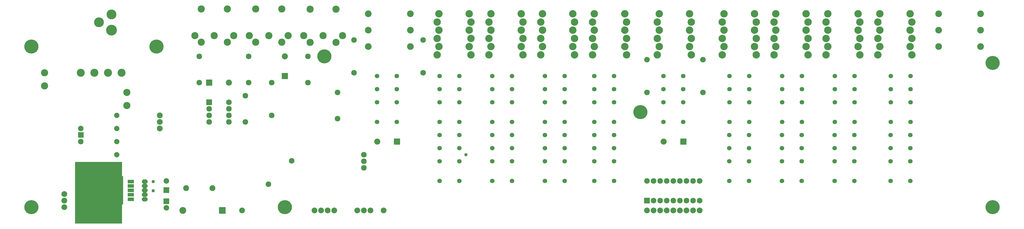
<source format=gts>
G04 MADE WITH FRITZING*
G04 WWW.FRITZING.ORG*
G04 DOUBLE SIDED*
G04 HOLES PLATED*
G04 CONTOUR ON CENTER OF CONTOUR VECTOR*
%ASAXBY*%
%FSLAX23Y23*%
%MOIN*%
%OFA0B0*%
%SFA1.0B1.0*%
%ADD10C,0.164173*%
%ADD11C,0.150000*%
%ADD12C,0.092000*%
%ADD13C,0.109060*%
%ADD14C,0.085000*%
%ADD15C,0.088000*%
%ADD16C,0.063307*%
%ADD17C,0.109055*%
%ADD18C,0.049370*%
%ADD19C,0.090000*%
%ADD20C,0.104000*%
%ADD21C,0.122000*%
%ADD22C,0.084000*%
%ADD23C,0.080000*%
%ADD24C,0.214725*%
%ADD25C,0.112362*%
%ADD26C,0.101417*%
%ADD27C,0.069000*%
%ADD28R,0.092000X0.092000*%
%ADD29R,0.085000X0.085000*%
%ADD30R,0.712222X0.943333*%
%ADD31R,0.420000X0.435000*%
%ADD32R,0.095000X0.052000*%
%ADD33R,0.104000X0.104000*%
%ADD34C,0.067087*%
%ADD35R,0.001000X0.001000*%
%LNMASK1*%
G90*
G70*
G54D10*
X1497Y2994D03*
G54D11*
X1497Y3234D03*
X1307Y3114D03*
G54D12*
X10182Y1297D03*
X9884Y1297D03*
G54D13*
X5007Y2911D03*
X4909Y2810D03*
X4712Y2911D03*
X4515Y2810D03*
X4417Y2911D03*
X4909Y3317D03*
X4515Y3317D03*
G54D14*
X4482Y2597D03*
X4482Y2197D03*
X4932Y2047D03*
X4932Y1647D03*
G54D15*
X5632Y247D03*
G54D14*
X2332Y557D03*
X2332Y695D03*
G54D16*
X2002Y685D03*
X2002Y618D03*
X2002Y551D03*
X2002Y484D03*
X2002Y417D03*
G54D17*
X482Y2347D03*
X482Y2147D03*
G54D15*
X2232Y1697D03*
X2232Y1597D03*
X2232Y1497D03*
G54D18*
X2132Y547D03*
X2132Y687D03*
G54D17*
X1732Y2047D03*
X1732Y1847D03*
G54D14*
X2332Y387D03*
X2332Y287D03*
G54D19*
X2632Y587D03*
X3032Y587D03*
G54D15*
X782Y497D03*
X782Y397D03*
X782Y297D03*
G54D20*
X3182Y247D03*
X2582Y247D03*
G54D18*
X6882Y1097D03*
G54D15*
X3482Y247D03*
G54D21*
X1032Y2347D03*
X1238Y2347D03*
X1444Y2347D03*
X1650Y2347D03*
X1032Y2347D03*
X1238Y2347D03*
X1444Y2347D03*
X1650Y2347D03*
G54D22*
X1032Y1297D03*
X1032Y1397D03*
X1032Y1497D03*
X1032Y1297D03*
X1032Y1397D03*
X1032Y1497D03*
G54D23*
X1578Y1495D03*
X1578Y1695D03*
X1578Y1295D03*
X1578Y1095D03*
G54D24*
X9532Y1747D03*
X14882Y297D03*
X14882Y2497D03*
X282Y2747D03*
X282Y297D03*
X2182Y2747D03*
X4732Y2597D03*
X4132Y297D03*
G54D15*
X4582Y247D03*
X4682Y247D03*
X4782Y247D03*
X4882Y247D03*
X5432Y247D03*
X5332Y247D03*
X5232Y247D03*
G54D12*
X4132Y2297D03*
X4132Y2595D03*
G54D25*
X9816Y3247D03*
X9816Y2997D03*
X9816Y2747D03*
X10276Y3247D03*
X10276Y2997D03*
X10276Y2747D03*
X9788Y3119D03*
X9788Y2869D03*
X9788Y2619D03*
X10304Y3119D03*
X10304Y2869D03*
X10304Y2619D03*
X6471Y3247D03*
X6471Y2997D03*
X6471Y2747D03*
X6931Y3247D03*
X6931Y2997D03*
X6931Y2747D03*
X6443Y3119D03*
X6443Y2869D03*
X6443Y2619D03*
X6959Y3119D03*
X6959Y2869D03*
X6959Y2619D03*
X7260Y3247D03*
X7260Y2997D03*
X7260Y2747D03*
X7720Y3247D03*
X7720Y2997D03*
X7720Y2747D03*
X7232Y3119D03*
X7232Y2869D03*
X7232Y2619D03*
X7748Y3119D03*
X7748Y2869D03*
X7748Y2619D03*
X8832Y3247D03*
X8832Y2997D03*
X8832Y2747D03*
X9293Y3247D03*
X9293Y2997D03*
X9293Y2747D03*
X8804Y3119D03*
X8804Y2869D03*
X8804Y2619D03*
X9320Y3119D03*
X9320Y2869D03*
X9320Y2619D03*
X8043Y3247D03*
X8043Y2997D03*
X8043Y2747D03*
X8504Y3247D03*
X8504Y2997D03*
X8504Y2747D03*
X8016Y3119D03*
X8016Y2869D03*
X8016Y2619D03*
X8532Y3119D03*
X8532Y2869D03*
X8532Y2619D03*
X10802Y3247D03*
X10802Y2997D03*
X10802Y2747D03*
X11263Y3247D03*
X11263Y2997D03*
X11263Y2747D03*
X10774Y3119D03*
X10774Y2869D03*
X10774Y2619D03*
X11290Y3119D03*
X11290Y2869D03*
X11290Y2619D03*
X11588Y3247D03*
X11588Y2997D03*
X11588Y2747D03*
X12049Y3247D03*
X12049Y2997D03*
X12049Y2747D03*
X11561Y3119D03*
X11561Y2869D03*
X11561Y2619D03*
X12076Y3119D03*
X12076Y2869D03*
X12076Y2619D03*
G54D14*
X9632Y397D03*
X9632Y697D03*
X9732Y397D03*
X9732Y697D03*
X9832Y397D03*
X9832Y697D03*
X9932Y397D03*
X9932Y697D03*
X10032Y397D03*
X10032Y697D03*
X10132Y397D03*
X10132Y697D03*
X10232Y397D03*
X10232Y697D03*
X10332Y397D03*
X10332Y697D03*
X10432Y397D03*
X10432Y697D03*
G54D25*
X13166Y3247D03*
X13166Y2997D03*
X13166Y2747D03*
X13627Y3247D03*
X13627Y2997D03*
X13627Y2747D03*
X13138Y3119D03*
X13138Y2869D03*
X13138Y2619D03*
X13654Y3119D03*
X13654Y2869D03*
X13654Y2619D03*
G54D26*
X5399Y3247D03*
X6038Y3247D03*
X5399Y2997D03*
X6038Y2997D03*
X5399Y2747D03*
X6038Y2747D03*
X14060Y3247D03*
X14699Y3247D03*
X14060Y2997D03*
X14699Y2997D03*
X14060Y2747D03*
X14699Y2747D03*
G54D25*
X12377Y3247D03*
X12377Y2997D03*
X12377Y2747D03*
X12838Y3247D03*
X12838Y2997D03*
X12838Y2747D03*
X12350Y3119D03*
X12350Y2869D03*
X12350Y2619D03*
X12865Y3119D03*
X12865Y2869D03*
X12865Y2619D03*
G54D15*
X10432Y247D03*
X10332Y247D03*
X10232Y247D03*
X10132Y247D03*
X10032Y247D03*
X9932Y247D03*
X9832Y247D03*
X9732Y247D03*
X9632Y247D03*
G54D27*
X13634Y1897D03*
X13334Y2297D03*
X13334Y2097D03*
X13334Y1897D03*
X13334Y1597D03*
X13634Y1597D03*
X13634Y2097D03*
X13634Y2297D03*
X12784Y1897D03*
X12484Y2297D03*
X12484Y2097D03*
X12484Y1897D03*
X12484Y1597D03*
X12784Y1597D03*
X12784Y2097D03*
X12784Y2297D03*
X11984Y1897D03*
X11684Y2297D03*
X11684Y2097D03*
X11684Y1897D03*
X11684Y1597D03*
X11984Y1597D03*
X11984Y2097D03*
X11984Y2297D03*
X11184Y1897D03*
X10884Y2297D03*
X10884Y2097D03*
X10884Y1897D03*
X10884Y1597D03*
X11184Y1597D03*
X11184Y2097D03*
X11184Y2297D03*
X9132Y1897D03*
X8832Y2297D03*
X8832Y2097D03*
X8832Y1897D03*
X8832Y1597D03*
X9132Y1597D03*
X9132Y2097D03*
X9132Y2297D03*
X8382Y1897D03*
X8082Y2297D03*
X8082Y2097D03*
X8082Y1897D03*
X8082Y1597D03*
X8382Y1597D03*
X8382Y2097D03*
X8382Y2297D03*
X7582Y1897D03*
X7282Y2297D03*
X7282Y2097D03*
X7282Y1897D03*
X7282Y1597D03*
X7582Y1597D03*
X7582Y2097D03*
X7582Y2297D03*
X6782Y1897D03*
X6482Y2297D03*
X6482Y2097D03*
X6482Y1897D03*
X6482Y1597D03*
X6782Y1597D03*
X6782Y2097D03*
X6782Y2297D03*
X6782Y997D03*
X6482Y1397D03*
X6482Y1197D03*
X6482Y997D03*
X6482Y697D03*
X6782Y697D03*
X6782Y1197D03*
X6782Y1397D03*
X7582Y997D03*
X7282Y1397D03*
X7282Y1197D03*
X7282Y997D03*
X7282Y697D03*
X7582Y697D03*
X7582Y1197D03*
X7582Y1397D03*
X8382Y997D03*
X8082Y1397D03*
X8082Y1197D03*
X8082Y997D03*
X8082Y697D03*
X8382Y697D03*
X8382Y1197D03*
X8382Y1397D03*
X11182Y997D03*
X10882Y1397D03*
X10882Y1197D03*
X10882Y997D03*
X10882Y697D03*
X11182Y697D03*
X11182Y1197D03*
X11182Y1397D03*
X11982Y997D03*
X11682Y1397D03*
X11682Y1197D03*
X11682Y997D03*
X11682Y697D03*
X11982Y697D03*
X11982Y1197D03*
X11982Y1397D03*
X12782Y997D03*
X12482Y1397D03*
X12482Y1197D03*
X12482Y997D03*
X12482Y697D03*
X12782Y697D03*
X12782Y1197D03*
X12782Y1397D03*
X13632Y997D03*
X13332Y1397D03*
X13332Y1197D03*
X13332Y997D03*
X13332Y697D03*
X13632Y697D03*
X13632Y1197D03*
X13632Y1397D03*
X10182Y1897D03*
X9882Y2297D03*
X9882Y2097D03*
X9882Y1897D03*
X9882Y1597D03*
X10182Y1597D03*
X10182Y2097D03*
X10182Y2297D03*
X5832Y1897D03*
X5532Y2297D03*
X5532Y2097D03*
X5532Y1897D03*
X5532Y1597D03*
X5832Y1597D03*
X5832Y2097D03*
X5832Y2297D03*
X9132Y997D03*
X8832Y1397D03*
X8832Y1197D03*
X8832Y997D03*
X8832Y697D03*
X9132Y697D03*
X9132Y1197D03*
X9132Y1397D03*
G54D14*
X2832Y2597D03*
X2832Y2197D03*
G54D12*
X2982Y2197D03*
X3280Y2197D03*
G54D14*
X3932Y2197D03*
X3932Y1697D03*
X3532Y1597D03*
X3532Y1997D03*
X3582Y2597D03*
X3582Y2197D03*
X2982Y1897D03*
X3282Y1897D03*
X2982Y1797D03*
X3282Y1797D03*
X2982Y1697D03*
X3282Y1697D03*
X2982Y1597D03*
X3282Y1597D03*
G54D13*
X4181Y2913D03*
X4083Y2812D03*
X3886Y2913D03*
X3689Y2812D03*
X3591Y2913D03*
X4083Y3319D03*
X3689Y3319D03*
X3354Y2913D03*
X3256Y2812D03*
X3059Y2913D03*
X2862Y2812D03*
X2764Y2913D03*
X3256Y3319D03*
X2862Y3319D03*
G54D14*
X5182Y2347D03*
X5182Y2847D03*
X9632Y2047D03*
X9632Y2547D03*
X10482Y2047D03*
X10482Y2547D03*
X6232Y2347D03*
X6232Y2847D03*
X5332Y1097D03*
X5332Y997D03*
X5332Y897D03*
X3882Y647D03*
X4235Y1001D03*
G54D12*
X5832Y1297D03*
X5534Y1297D03*
G54D28*
X10183Y1297D03*
G54D29*
X2332Y557D03*
G54D30*
X1302Y517D03*
G54D31*
X1464Y551D03*
G54D32*
X1792Y417D03*
X1792Y484D03*
X1792Y551D03*
X1792Y618D03*
X1792Y685D03*
G54D29*
X2332Y387D03*
G54D33*
X3182Y247D03*
G54D28*
X4132Y2296D03*
G54D29*
X9632Y397D03*
G54D28*
X2981Y2197D03*
G54D29*
X2982Y1897D03*
G54D28*
X5833Y1297D03*
G54D34*
X2013Y685D02*
X1991Y685D01*
D02*
X2013Y618D02*
X1991Y618D01*
D02*
X2013Y551D02*
X1991Y551D01*
D02*
X2013Y484D02*
X1991Y484D01*
D02*
X2013Y417D02*
X1991Y417D01*
G54D35*
X990Y1439D02*
X1073Y1439D01*
X990Y1438D02*
X1073Y1438D01*
X990Y1437D02*
X1073Y1437D01*
X990Y1436D02*
X1073Y1436D01*
X990Y1435D02*
X1073Y1435D01*
X990Y1434D02*
X1073Y1434D01*
X990Y1433D02*
X1073Y1433D01*
X990Y1432D02*
X1073Y1432D01*
X990Y1431D02*
X1073Y1431D01*
X990Y1430D02*
X1073Y1430D01*
X990Y1429D02*
X1073Y1429D01*
X990Y1428D02*
X1073Y1428D01*
X990Y1427D02*
X1073Y1427D01*
X990Y1426D02*
X1073Y1426D01*
X990Y1425D02*
X1073Y1425D01*
X990Y1424D02*
X1073Y1424D01*
X990Y1423D02*
X1073Y1423D01*
X990Y1422D02*
X1073Y1422D01*
X990Y1421D02*
X1073Y1421D01*
X990Y1420D02*
X1073Y1420D01*
X990Y1419D02*
X1073Y1419D01*
X990Y1418D02*
X1073Y1418D01*
X990Y1417D02*
X1073Y1417D01*
X990Y1416D02*
X1073Y1416D01*
X990Y1415D02*
X1073Y1415D01*
X990Y1414D02*
X1073Y1414D01*
X990Y1413D02*
X1073Y1413D01*
X990Y1412D02*
X1030Y1412D01*
X1033Y1412D02*
X1073Y1412D01*
X990Y1411D02*
X1025Y1411D01*
X1038Y1411D02*
X1073Y1411D01*
X990Y1410D02*
X1023Y1410D01*
X1039Y1410D02*
X1073Y1410D01*
X990Y1409D02*
X1022Y1409D01*
X1041Y1409D02*
X1073Y1409D01*
X990Y1408D02*
X1021Y1408D01*
X1042Y1408D02*
X1073Y1408D01*
X990Y1407D02*
X1020Y1407D01*
X1043Y1407D02*
X1073Y1407D01*
X990Y1406D02*
X1019Y1406D01*
X1044Y1406D02*
X1073Y1406D01*
X990Y1405D02*
X1018Y1405D01*
X1044Y1405D02*
X1073Y1405D01*
X990Y1404D02*
X1018Y1404D01*
X1045Y1404D02*
X1073Y1404D01*
X990Y1403D02*
X1017Y1403D01*
X1045Y1403D02*
X1073Y1403D01*
X990Y1402D02*
X1017Y1402D01*
X1046Y1402D02*
X1073Y1402D01*
X990Y1401D02*
X1017Y1401D01*
X1046Y1401D02*
X1073Y1401D01*
X990Y1400D02*
X1016Y1400D01*
X1046Y1400D02*
X1073Y1400D01*
X990Y1399D02*
X1016Y1399D01*
X1046Y1399D02*
X1073Y1399D01*
X990Y1398D02*
X1016Y1398D01*
X1046Y1398D02*
X1073Y1398D01*
X990Y1397D02*
X1016Y1397D01*
X1047Y1397D02*
X1073Y1397D01*
X990Y1396D02*
X1016Y1396D01*
X1046Y1396D02*
X1073Y1396D01*
X990Y1395D02*
X1016Y1395D01*
X1046Y1395D02*
X1073Y1395D01*
X990Y1394D02*
X1017Y1394D01*
X1046Y1394D02*
X1073Y1394D01*
X990Y1393D02*
X1017Y1393D01*
X1046Y1393D02*
X1073Y1393D01*
X990Y1392D02*
X1017Y1392D01*
X1046Y1392D02*
X1073Y1392D01*
X990Y1391D02*
X1018Y1391D01*
X1045Y1391D02*
X1073Y1391D01*
X990Y1390D02*
X1018Y1390D01*
X1045Y1390D02*
X1073Y1390D01*
X990Y1389D02*
X1019Y1389D01*
X1044Y1389D02*
X1073Y1389D01*
X990Y1388D02*
X1020Y1388D01*
X1043Y1388D02*
X1073Y1388D01*
X990Y1387D02*
X1021Y1387D01*
X1042Y1387D02*
X1073Y1387D01*
X990Y1386D02*
X1022Y1386D01*
X1041Y1386D02*
X1073Y1386D01*
X990Y1385D02*
X1023Y1385D01*
X1040Y1385D02*
X1073Y1385D01*
X990Y1384D02*
X1025Y1384D01*
X1038Y1384D02*
X1073Y1384D01*
X990Y1383D02*
X1028Y1383D01*
X1035Y1383D02*
X1073Y1383D01*
X990Y1382D02*
X1073Y1382D01*
X990Y1381D02*
X1073Y1381D01*
X990Y1380D02*
X1073Y1380D01*
X990Y1379D02*
X1073Y1379D01*
X990Y1378D02*
X1073Y1378D01*
X990Y1377D02*
X1073Y1377D01*
X990Y1376D02*
X1073Y1376D01*
X990Y1375D02*
X1073Y1375D01*
X990Y1374D02*
X1073Y1374D01*
X990Y1373D02*
X1073Y1373D01*
X990Y1372D02*
X1073Y1372D01*
X990Y1371D02*
X1073Y1371D01*
X990Y1370D02*
X1073Y1370D01*
X990Y1369D02*
X1073Y1369D01*
X990Y1368D02*
X1073Y1368D01*
X990Y1367D02*
X1073Y1367D01*
X990Y1366D02*
X1073Y1366D01*
X990Y1365D02*
X1073Y1365D01*
X990Y1364D02*
X1073Y1364D01*
X990Y1363D02*
X1073Y1363D01*
X990Y1362D02*
X1073Y1362D01*
X990Y1361D02*
X1073Y1361D01*
X990Y1360D02*
X1073Y1360D01*
X990Y1359D02*
X1073Y1359D01*
X990Y1358D02*
X1073Y1358D01*
X990Y1357D02*
X1073Y1357D01*
X990Y1356D02*
X1073Y1356D01*
D02*
G04 End of Mask1*
M02*
</source>
